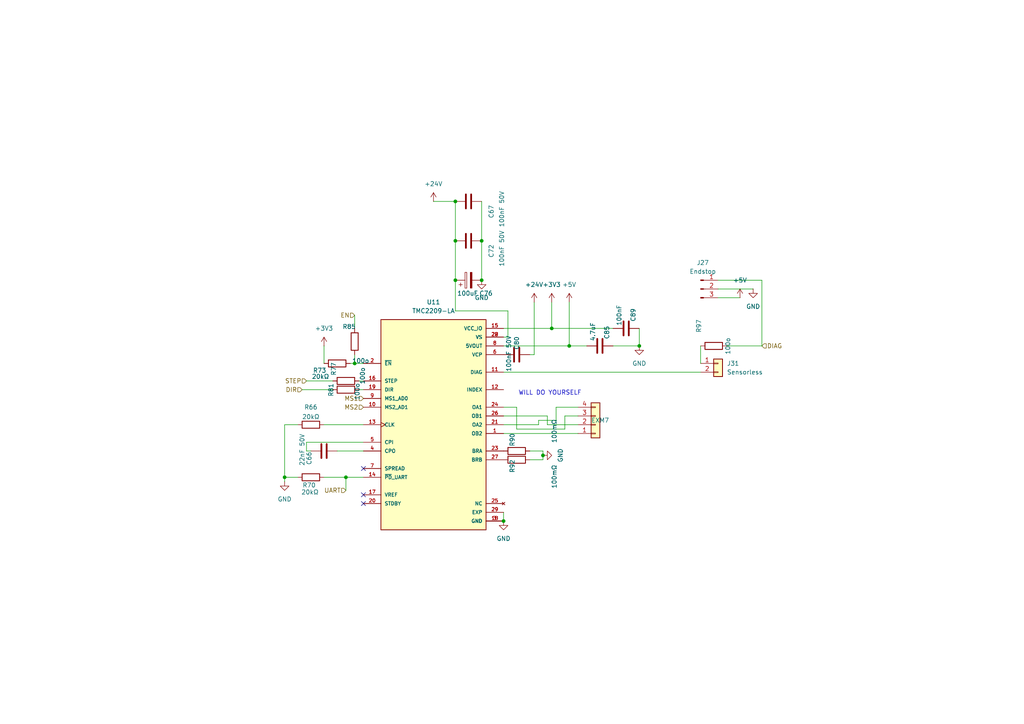
<source format=kicad_sch>
(kicad_sch (version 20250114) (generator "eeschema") (generator_version "9.0")
  (paper "A4")
  (lib_symbols
    (symbol "+3V3_1" (power) (pin_numbers (hide yes)) (pin_names (offset 0) (hide yes))
      (property "Value" "+3V3" (at 0 3.556 0))
      (symbol "+3V3_1_0_1"
        (polyline (pts (xy -0.762 1.27) (xy 0 2.54)))
        (polyline (pts (xy 0 2.54) (xy 0.762 1.27)))
        (polyline (pts (xy 0 0) (xy 0 2.54)))
      )
      (symbol "+3V3_1_1_1"
        (pin power_in line (at 0 0 90) (length 0) (name "~") (number "1"))
      )
    )
    (symbol "Connector:Conn_01x03_Pin" (pin_names (offset 1.016) (hide yes))
      (property "Reference" "J" (at 0 5.08 0))
      (property "Value" "Conn_01x03_Pin" (at 0 -5.08 0))
      (symbol "Conn_01x03_Pin_1_1"
        (rectangle (start 0.8636 2.667) (end 0 2.413) (stroke (width 0.1524)) (fill (type outline)))
        (rectangle (start 0.8636 0.127) (end 0 -0.127) (stroke (width 0.1524)) (fill (type outline)))
        (rectangle (start 0.8636 -2.413) (end 0 -2.667) (stroke (width 0.1524)) (fill (type outline)))
        (polyline (pts (xy 1.27 2.54) (xy 0.8636 2.54)) (stroke (width 0.1524)))
        (polyline (pts (xy 1.27 0) (xy 0.8636 0)) (stroke (width 0.1524)))
        (polyline (pts (xy 1.27 -2.54) (xy 0.8636 -2.54)) (stroke (width 0.1524)))
        (pin passive line (at 5.08 2.54 180) (length 3.81) (name "Pin_1") (number "1"))
        (pin passive line (at 5.08 0 180) (length 3.81) (name "Pin_2") (number "2"))
        (pin passive line (at 5.08 -2.54 180) (length 3.81) (name "Pin_3") (number "3"))
      )
    )
    (symbol "Connector_Generic:Conn_01x02" (pin_names (offset 1.016) (hide yes))
      (property "Reference" "J" (at 0 2.54 0))
      (property "Value" "Conn_01x02" (at 0 -5.08 0))
      (symbol "Conn_01x02_1_1"
        (rectangle (start -1.27 1.27) (end 1.27 -3.81) (stroke (width 0.254)) (fill (type background)))
        (rectangle (start -1.27 0.127) (end 0 -0.127) (stroke (width 0.1524)))
        (rectangle (start -1.27 -2.413) (end 0 -2.667) (stroke (width 0.1524)))
        (pin passive line (at -5.08 0 0) (length 3.81) (name "Pin_1") (number "1"))
        (pin passive line (at -5.08 -2.54 0) (length 3.81) (name "Pin_2") (number "2"))
      )
    )
    (symbol "Connector_Generic:Conn_01x04" (pin_names (offset 1.016) (hide yes))
      (property "Reference" "J" (at 0 5.08 0))
      (property "Value" "Conn_01x04" (at 0 -7.62 0))
      (symbol "Conn_01x04_1_1"
        (rectangle (start -1.27 3.81) (end 1.27 -6.35) (stroke (width 0.254)) (fill (type background)))
        (rectangle (start -1.27 2.667) (end 0 2.413) (stroke (width 0.1524)))
        (rectangle (start -1.27 0.127) (end 0 -0.127) (stroke (width 0.1524)))
        (rectangle (start -1.27 -2.413) (end 0 -2.667) (stroke (width 0.1524)))
        (rectangle (start -1.27 -4.953) (end 0 -5.207) (stroke (width 0.1524)))
        (pin passive line (at -5.08 2.54 0) (length 3.81) (name "Pin_1") (number "1"))
        (pin passive line (at -5.08 0 0) (length 3.81) (name "Pin_2") (number "2"))
        (pin passive line (at -5.08 -2.54 0) (length 3.81) (name "Pin_3") (number "3"))
        (pin passive line (at -5.08 -5.08 0) (length 3.81) (name "Pin_4") (number "4"))
      )
    )
    (symbol "Device:C" (pin_numbers (hide yes)) (pin_names (offset 0.254))
      (property "Reference" "C" (at 0.635 2.54 0))
      (property "Value" "C" (at 0.635 -2.54 0))
      (symbol "C_0_1"
        (polyline (pts (xy -2.032 0.762) (xy 2.032 0.762)) (stroke (width 0.508)))
        (polyline (pts (xy -2.032 -0.762) (xy 2.032 -0.762)) (stroke (width 0.508)))
      )
      (symbol "C_1_1"
        (pin passive line (at 0 3.81 270) (length 2.794) (name "~") (number "1"))
        (pin passive line (at 0 -3.81 90) (length 2.794) (name "~") (number "2"))
      )
    )
    (symbol "Device:C_Polarized" (pin_numbers (hide yes)) (pin_names (offset 0.254))
      (property "Reference" "C" (at 0.635 2.54 0))
      (property "Value" "C_Polarized" (at 0.635 -2.54 0))
      (symbol "C_Polarized_0_1"
        (rectangle (start -2.286 0.508) (end 2.286 1.016))
        (polyline (pts (xy -1.778 2.286) (xy -0.762 2.286)))
        (polyline (pts (xy -1.27 2.794) (xy -1.27 1.778)))
        (rectangle (start 2.286 -0.508) (end -2.286 -1.016) (fill (type outline)))
      )
      (symbol "C_Polarized_1_1"
        (pin passive line (at 0 3.81 270) (length 2.794) (name "~") (number "1"))
        (pin passive line (at 0 -3.81 90) (length 2.794) (name "~") (number "2"))
      )
    )
    (symbol "Device:R" (pin_numbers (hide yes)) (pin_names (offset 0))
      (property "Reference" "R" (at 2.032 0 90))
      (property "Value" "R" (at 0 0 90))
      (symbol "R_0_1"
        (rectangle (start -1.016 -2.54) (end 1.016 2.54) (stroke (width 0.254)))
      )
      (symbol "R_1_1"
        (pin passive line (at 0 3.81 270) (length 1.27) (name "~") (number "1"))
        (pin passive line (at 0 -3.81 90) (length 1.27) (name "~") (number "2"))
      )
    )
    (symbol "GND_2" (power) (pin_numbers (hide yes)) (pin_names (offset 0) (hide yes))
      (property "Value" "GND" (at 0 -3.81 0))
      (symbol "GND_2_0_1"
        (polyline (pts (xy 0 0) (xy 0 -1.27) (xy 1.27 -1.27) (xy 0 -2.54) (xy -1.27 -1.27) (xy 0 -1.27)))
      )
      (symbol "GND_2_1_1"
        (pin power_in line (at 0 0 270) (length 0) (name "~") (number "1"))
      )
    )
    (symbol "GND_4" (power) (pin_numbers (hide yes)) (pin_names (offset 0) (hide yes))
      (property "Value" "GND" (at 0 -3.81 0))
      (symbol "GND_4_0_1"
        (polyline (pts (xy 0 0) (xy 0 -1.27) (xy 1.27 -1.27) (xy 0 -2.54) (xy -1.27 -1.27) (xy 0 -1.27)))
      )
      (symbol "GND_4_1_1"
        (pin power_in line (at 0 0 270) (length 0) (name "~") (number "1"))
      )
    )
    (symbol "GND_5" (power) (pin_numbers (hide yes)) (pin_names (offset 0) (hide yes))
      (property "Value" "GND" (at 0 -3.81 0))
      (symbol "GND_5_0_1"
        (polyline (pts (xy 0 0) (xy 0 -1.27) (xy 1.27 -1.27) (xy 0 -2.54) (xy -1.27 -1.27) (xy 0 -1.27)))
      )
      (symbol "GND_5_1_1"
        (pin power_in line (at 0 0 270) (length 0) (name "~") (number "1"))
      )
    )
    (symbol "GND_6" (power) (pin_numbers (hide yes)) (pin_names (offset 0) (hide yes))
      (property "Value" "GND" (at 0 -3.81 0))
      (symbol "GND_6_0_1"
        (polyline (pts (xy 0 0) (xy 0 -1.27) (xy 1.27 -1.27) (xy 0 -2.54) (xy -1.27 -1.27) (xy 0 -1.27)))
      )
      (symbol "GND_6_1_1"
        (pin power_in line (at 0 0 270) (length 0) (name "~") (number "1"))
      )
    )
    (symbol "GND_7" (power) (pin_numbers (hide yes)) (pin_names (offset 0) (hide yes))
      (property "Value" "GND" (at 0 -3.81 0))
      (symbol "GND_7_0_1"
        (polyline (pts (xy 0 0) (xy 0 -1.27) (xy 1.27 -1.27) (xy 0 -2.54) (xy -1.27 -1.27) (xy 0 -1.27)))
      )
      (symbol "GND_7_1_1"
        (pin power_in line (at 0 0 270) (length 0) (name "~") (number "1"))
      )
    )
    (symbol "TMC2209-LA:TMC2209-LA" (pin_names (offset 1.016))
      (property "Reference" "U" (at -15.24 30.48 0))
      (property "Value" "TMC2209-LA" (at -15.24 -33.02 0))
      (symbol "TMC2209-LA_0_0"
        (rectangle (start -15.24 -30.48) (end 15.24 30.48) (stroke (width 0.254)) (fill (type background)))
        (pin input line (at -20.32 17.78 0) (length 5.08) (name "~{EN}") (number "2"))
        (pin input line (at -20.32 12.7 0) (length 5.08) (name "STEP") (number "16"))
        (pin input line (at -20.32 10.16 0) (length 5.08) (name "DIR") (number "19"))
        (pin input line (at -20.32 7.62 0) (length 5.08) (name "MS1_AD0") (number "9"))
        (pin input line (at -20.32 5.08 0) (length 5.08) (name "MS2_AD1") (number "10"))
        (pin input clock (at -20.32 0 0) (length 5.08) (name "CLK") (number "13"))
        (pin input line (at -20.32 -5.08 0) (length 5.08) (name "CPI") (number "5"))
        (pin output line (at -20.32 -7.62 0) (length 5.08) (name "CPO") (number "4"))
        (pin input line (at -20.32 -12.7 0) (length 5.08) (name "SPREAD") (number "7"))
        (pin bidirectional line (at -20.32 -15.24 0) (length 5.08) (name "~{PD}_UART") (number "14"))
        (pin input line (at -20.32 -20.32 0) (length 5.08) (name "VREF") (number "17"))
        (pin input line (at -20.32 -22.86 0) (length 5.08) (name "STDBY") (number "20"))
        (pin power_in line (at 20.32 27.94 180) (length 5.08) (name "VCC_IO") (number "15"))
        (pin power_in line (at 20.32 25.4 180) (length 5.08) (name "VS") (number "22"))
        (pin power_in line (at 20.32 25.4 180) (length 5.08) (name "VS") (number "28"))
        (pin power_in line (at 20.32 22.86 180) (length 5.08) (name "5VOUT") (number "8"))
        (pin power_in line (at 20.32 20.32 180) (length 5.08) (name "VCP") (number "6"))
        (pin output line (at 20.32 15.24 180) (length 5.08) (name "DIAG") (number "11"))
        (pin output line (at 20.32 10.16 180) (length 5.08) (name "INDEX") (number "12"))
        (pin output line (at 20.32 5.08 180) (length 5.08) (name "OA1") (number "24"))
        (pin output line (at 20.32 2.54 180) (length 5.08) (name "OB1") (number "26"))
        (pin output line (at 20.32 0 180) (length 5.08) (name "OA2") (number "21"))
        (pin output line (at 20.32 -2.54 180) (length 5.08) (name "OB2") (number "1"))
        (pin bidirectional line (at 20.32 -7.62 180) (length 5.08) (name "BRA") (number "23"))
        (pin bidirectional line (at 20.32 -10.16 180) (length 5.08) (name "BRB") (number "27"))
        (pin no_connect line (at 20.32 -22.86 180) (length 5.08) (name "NC") (number "25"))
        (pin power_in line (at 20.32 -25.4 180) (length 5.08) (name "EXP") (number "29"))
        (pin power_in line (at 20.32 -27.94 180) (length 5.08) (name "GND") (number "18"))
        (pin power_in line (at 20.32 -27.94 180) (length 5.08) (name "GND") (number "3"))
      )
    )
    (symbol "power:+24V" (power) (pin_numbers (hide yes)) (pin_names (offset 0) (hide yes))
      (property "Value" "+24V" (at 0 3.556 0))
      (symbol "+24V_0_1"
        (polyline (pts (xy -0.762 1.27) (xy 0 2.54)))
        (polyline (pts (xy 0 2.54) (xy 0.762 1.27)))
        (polyline (pts (xy 0 0) (xy 0 2.54)))
      )
      (symbol "+24V_1_1"
        (pin power_in line (at 0 0 90) (length 0) (name "~") (number "1"))
      )
    )
    (symbol "power:+5V" (power) (pin_numbers (hide yes)) (pin_names (offset 0) (hide yes))
      (property "Value" "+5V" (at 0 3.556 0))
      (symbol "+5V_0_1"
        (polyline (pts (xy -0.762 1.27) (xy 0 2.54)))
        (polyline (pts (xy 0 2.54) (xy 0.762 1.27)))
        (polyline (pts (xy 0 0) (xy 0 2.54)))
      )
      (symbol "+5V_1_1"
        (pin power_in line (at 0 0 90) (length 0) (name "~") (number "1"))
      )
    )
    (symbol "power:GND" (power) (pin_numbers (hide yes)) (pin_names (offset 0) (hide yes))
      (property "Value" "GND" (at 0 -3.81 0))
      (symbol "GND_0_1"
        (polyline (pts (xy 0 0) (xy 0 -1.27) (xy 1.27 -1.27) (xy 0 -2.54) (xy -1.27 -1.27) (xy 0 -1.27)))
      )
      (symbol "GND_1_1"
        (pin power_in line (at 0 0 270) (length 0) (name "~") (number "1"))
      )
    )
  )
  (text "WILL DO YOURSELF" (at 159.512 114.046 0) (effects (font (size 1.27 1.27))))
  (junction (at 139.7 69.85))
  (junction (at 146.05 151.13))
  (junction (at 157.48 132.08))
  (junction (at 132.08 69.85))
  (junction (at 132.08 58.42))
  (junction (at 132.08 81.28))
  (junction (at 139.7 81.28))
  (junction (at 185.42 100.33))
  (junction (at 165.1 100.33))
  (junction (at 102.87 105.41))
  (junction (at 100.33 138.43))
  (junction (at 82.55 138.43))
  (junction (at 160.02 95.25))
  (no_connect (at 105.41 143.51))
  (no_connect (at 105.41 146.05))
  (no_connect (at 105.41 135.89))
  (wire (pts (xy 153.67 130.81) (xy 157.48 130.81)))
  (wire (pts (xy 132.08 90.17) (xy 132.08 81.28)))
  (wire (pts (xy 147.32 97.79) (xy 147.32 90.17)))
  (wire (pts (xy 149.86 118.11) (xy 149.86 124.46)))
  (wire (pts (xy 165.1 87.63) (xy 165.1 100.33)))
  (wire (pts (xy 158.75 123.19) (xy 167.64 123.19)))
  (wire (pts (xy 88.9 130.81) (xy 90.17 130.81)))
  (wire (pts (xy 160.02 95.25) (xy 146.05 95.25)))
  (wire (pts (xy 104.14 110.49) (xy 105.41 110.49)))
  (wire (pts (xy 158.75 120.65) (xy 158.75 123.19)))
  (wire (pts (xy 210.82 100.33) (xy 220.98 100.33)))
  (wire (pts (xy 102.87 102.87) (xy 102.87 105.41)))
  (wire (pts (xy 160.02 95.25) (xy 177.8 95.25)))
  (wire (pts (xy 161.29 121.92) (xy 161.29 118.11)))
  (wire (pts (xy 157.48 130.81) (xy 157.48 132.08)))
  (wire (pts (xy 163.83 124.46) (xy 163.83 120.65)))
  (wire (pts (xy 154.94 87.63) (xy 154.94 102.87)))
  (wire (pts (xy 87.63 113.03) (xy 96.52 113.03)))
  (wire (pts (xy 93.98 100.33) (xy 93.98 105.41)))
  (wire (pts (xy 102.87 91.44) (xy 102.87 95.25)))
  (wire (pts (xy 157.48 133.35) (xy 153.67 133.35)))
  (wire (pts (xy 82.55 123.19) (xy 82.55 138.43)))
  (wire (pts (xy 132.08 58.42) (xy 132.08 69.85)))
  (wire (pts (xy 146.05 148.59) (xy 146.05 151.13)))
  (wire (pts (xy 146.05 107.95) (xy 203.2 107.95)))
  (wire (pts (xy 220.98 81.28) (xy 220.98 100.33)))
  (wire (pts (xy 146.05 125.73) (xy 167.64 125.73)))
  (wire (pts (xy 139.7 69.85) (xy 139.7 81.28)))
  (wire (pts (xy 154.94 102.87) (xy 153.67 102.87)))
  (wire (pts (xy 146.05 123.19) (xy 156.21 123.19)))
  (wire (pts (xy 208.28 81.28) (xy 220.98 81.28)))
  (wire (pts (xy 146.05 100.33) (xy 165.1 100.33)))
  (wire (pts (xy 163.83 120.65) (xy 167.64 120.65)))
  (wire (pts (xy 100.33 138.43) (xy 105.41 138.43)))
  (wire (pts (xy 156.21 123.19) (xy 156.21 121.92)))
  (wire (pts (xy 149.86 124.46) (xy 163.83 124.46)))
  (wire (pts (xy 93.98 138.43) (xy 100.33 138.43)))
  (wire (pts (xy 88.9 110.49) (xy 96.52 110.49)))
  (wire (pts (xy 93.98 123.19) (xy 105.41 123.19)))
  (wire (pts (xy 88.9 128.27) (xy 88.9 130.81)))
  (wire (pts (xy 82.55 138.43) (xy 82.55 139.7)))
  (wire (pts (xy 149.86 118.11) (xy 146.05 118.11)))
  (wire (pts (xy 97.79 130.81) (xy 105.41 130.81)))
  (wire (pts (xy 102.87 105.41) (xy 105.41 105.41)))
  (wire (pts (xy 156.21 121.92) (xy 161.29 121.92)))
  (wire (pts (xy 82.55 138.43) (xy 86.36 138.43)))
  (wire (pts (xy 165.1 100.33) (xy 170.18 100.33)))
  (wire (pts (xy 185.42 95.25) (xy 185.42 100.33)))
  (wire (pts (xy 101.6 105.41) (xy 102.87 105.41)))
  (wire (pts (xy 208.28 86.36) (xy 214.63 86.36)))
  (wire (pts (xy 147.32 90.17) (xy 132.08 90.17)))
  (wire (pts (xy 161.29 118.11) (xy 167.64 118.11)))
  (wire (pts (xy 105.41 128.27) (xy 88.9 128.27)))
  (wire (pts (xy 177.8 100.33) (xy 185.42 100.33)))
  (wire (pts (xy 208.28 83.82) (xy 218.44 83.82)))
  (wire (pts (xy 160.02 87.63) (xy 160.02 95.25)))
  (wire (pts (xy 104.14 113.03) (xy 105.41 113.03)))
  (wire (pts (xy 203.2 100.33) (xy 203.2 105.41)))
  (wire (pts (xy 139.7 58.42) (xy 139.7 69.85)))
  (wire (pts (xy 132.08 69.85) (xy 132.08 81.28)))
  (wire (pts (xy 146.05 97.79) (xy 147.32 97.79)))
  (wire (pts (xy 100.33 138.43) (xy 100.33 142.24)))
  (wire (pts (xy 125.73 58.42) (xy 132.08 58.42)))
  (wire (pts (xy 146.05 120.65) (xy 158.75 120.65)))
  (wire (pts (xy 86.36 123.19) (xy 82.55 123.19)))
  (wire (pts (xy 157.48 132.08) (xy 157.48 133.35)))
  (hierarchical_label "MS1" (shape input) (at 105.41 115.57 180))
  (hierarchical_label "DIR" (shape input) (at 87.63 113.03 180))
  (hierarchical_label "STEP" (shape input) (at 88.9 110.49 180))
  (hierarchical_label "DIAG" (shape input) (at 220.98 100.33 0))
  (hierarchical_label "UART" (shape input) (at 100.33 142.24 180))
  (hierarchical_label "MS2" (shape input) (at 105.41 118.11 180))
  (hierarchical_label "EN" (shape input) (at 102.87 91.44 180))
  (symbol (lib_id "Device:C_Polarized") (at 135.89 81.28 90) (unit 1)
    (property "Reference" "C45" (at 140.97 85.09 90))
    (property "Value" "100uF" (at 135.636 85.09 90))
    (property "Footprint" "Capacitor_SMD:CP_Elec_8x10" (effects (hide yes)))
    (property "Description" "Polarized capacitor" (effects (hide yes)))
    (instances (project "A1_SMD_MB" (path "" (reference "C76") (unit 1)) (path "" (reference "C78") (unit 1)) (path "" (reference "C75") (unit 1)) (path "" (reference "C77") (unit 1)) (path "" (reference "C31") (unit 1)) (path "" (reference "C45") (unit 1)) (path "" (reference "C25") (unit 1)) (path "" (reference "C38") (unit 1))))
  )
  (symbol (lib_id "Device:R") (at 149.86 130.81 90) (unit 1)
    (property "Reference" "R26" (at 148.59 129.54 0) (effects (justify left)))
    (property "Value" "100mΩ" (at 160.782 128.524 0) (effects (justify left)))
    (property "Footprint" "Resistor_SMD:R_1206_3216Metric" (effects (hide yes)))
    (property "Description" "Resistor" (effects (hide yes)))
    (instances (project "A1_SMD_MB" (path "" (reference "R90") (unit 1)) (path "" (reference "R91") (unit 1)) (path "" (reference "R88") (unit 1)) (path "" (reference "R89") (unit 1)) (path "" (reference "R16") (unit 1)) (path "" (reference "R26") (unit 1)) (path "" (reference "R8") (unit 1)) (path "" (reference "R21") (unit 1))))
  )
  (symbol (lib_id "Device:R") (at 207.01 100.33 90) (unit 1)
    (property "Reference" "R47" (at 202.692 96.52 0) (effects (justify left)))
    (property "Value" "100o" (at 211.1254 102.8824 0) (effects (justify left)))
    (property "Footprint" "Resistor_SMD:R_0402_1005Metric" (effects (hide yes)))
    (property "Description" "Resistor" (effects (hide yes)))
    (instances (project "A1_SMD_MB" (path "" (reference "R97") (unit 1)) (path "" (reference "R99") (unit 1)) (path "" (reference "R96") (unit 1)) (path "" (reference "R98") (unit 1)) (path "" (reference "R39") (unit 1)) (path "" (reference "R47") (unit 1)) (path "" (reference "R35") (unit 1)) (path "" (reference "R43") (unit 1))))
  )
  (symbol (lib_id "Device:R") (at 90.17 123.19 90) (unit 1)
    (property "Reference" "R23" (at 90.17 118.11 90))
    (property "Value" "20kΩ" (at 90.17 120.904 90))
    (property "Footprint" "Resistor_SMD:R_0402_1005Metric" (effects (hide yes)))
    (property "Description" "Resistor" (effects (hide yes)))
    (instances (project "A1_SMD_MB" (path "" (reference "R66") (unit 1)) (path "" (reference "R65") (unit 1)) (path "" (reference "R67") (unit 1)) (path "" (reference "R61") (unit 1)) (path "" (reference "R13") (unit 1)) (path "" (reference "R23") (unit 1)) (path "" (reference "R11") (unit 1)) (path "" (reference "R18") (unit 1))))
  )
  (symbol (lib_id "power:+24V") (at 125.73 58.42 0) (unit 1)
    (property "Reference" "#PWR070" (effects (hide yes)))
    (property "Value" "+24V" (at 125.73 53.34 0))
    (property "Description" "Power symbol creates a global label with name \"+24V\"" (effects (hide yes)))
    (instances (project "A1_SMD_MB" (path "" (reference "#PWR0155") (unit 1)) (path "" (reference "#PWR0152") (unit 1)) (path "" (reference "#PWR0154") (unit 1)) (path "" (reference "#PWR0153") (unit 1)) (path "" (reference "#PWR051") (unit 1)) (path "" (reference "#PWR070") (unit 1)) (path "" (reference "#PWR047") (unit 1)) (path "" (reference "#PWR060") (unit 1))))
  )
  (symbol (lib_name "GND_2") (lib_id "power:GND") (at 157.48 132.08 90) (unit 1)
    (property "Reference" "#PWR074" (effects (hide yes)))
    (property "Value" "GND" (at 162.56 132.08 0))
    (property "Description" "Power symbol creates a global label with name \"GND\" , ground" (effects (hide yes)))
    (instances (project "A1_SMD_MB" (path "" (reference "#PWR0168") (unit 1)) (path "" (reference "#PWR0171") (unit 1)) (path "" (reference "#PWR0170") (unit 1)) (path "" (reference "#PWR0169") (unit 1)) (path "" (reference "#PWR039") (unit 1)) (path "" (reference "#PWR074") (unit 1)) (path "" (reference "#PWR038") (unit 1)) (path "" (reference "#PWR064") (unit 1))))
  )
  (symbol (lib_name "GND_5") (lib_id "power:GND") (at 185.42 100.33 0) (unit 1)
    (property "Reference" "#PWR077" (effects (hide yes)))
    (property "Value" "GND" (at 185.42 105.41 0))
    (property "Description" "Power symbol creates a global label with name \"GND\" , ground" (effects (hide yes)))
    (instances (project "A1_SMD_MB" (path "" (reference "#PWR0182") (unit 1)) (path "" (reference "#PWR0183") (unit 1)) (path "" (reference "#PWR0180") (unit 1)) (path "" (reference "#PWR0181") (unit 1)) (path "" (reference "#PWR057") (unit 1)) (path "" (reference "#PWR077") (unit 1)) (path "" (reference "#PWR044") (unit 1)) (path "" (reference "#PWR067") (unit 1))))
  )
  (symbol (lib_id "power:+24V") (at 154.94 87.63 0) (unit 1)
    (property "Reference" "#PWR073" (effects (hide yes)))
    (property "Value" "+24V" (at 154.94 82.55 0))
    (property "Description" "Power symbol creates a global label with name \"+24V\"" (effects (hide yes)))
    (instances (project "A1_SMD_MB" (path "" (reference "#PWR0165") (unit 1)) (path "" (reference "#PWR0166") (unit 1)) (path "" (reference "#PWR0164") (unit 1)) (path "" (reference "#PWR0167") (unit 1)) (path "" (reference "#PWR054") (unit 1)) (path "" (reference "#PWR073") (unit 1)) (path "" (reference "#PWR045") (unit 1)) (path "" (reference "#PWR063") (unit 1))))
  )
  (symbol (lib_id "power:+5V") (at 214.63 86.36 0) (unit 1)
    (property "Reference" "#PWR0131" (effects (hide yes)))
    (property "Value" "+5V" (at 214.63 81.28 0))
    (property "Description" "Power symbol creates a global label with name \"+5V\"" (effects (hide yes)))
    (instances (project "A1_SMD_MB" (path "" (reference "#PWR0185") (unit 1)) (path "" (reference "#PWR0187") (unit 1)) (path "" (reference "#PWR0184") (unit 1)) (path "" (reference "#PWR0186") (unit 1)) (path "" (reference "#PWR0129") (unit 1)) (path "" (reference "#PWR0131") (unit 1)) (path "" (reference "#PWR0128") (unit 1)) (path "" (reference "#PWR0130") (unit 1))))
  )
  (symbol (lib_name "+3V3_1") (lib_id "power:+3V3") (at 93.98 100.33 0) (unit 1)
    (property "Reference" "#PWR069" (effects (hide yes)))
    (property "Value" "+3V3" (at 93.98 95.25 0))
    (property "Description" "Power symbol creates a global label with name \"+3V3\"" (effects (hide yes)))
    (instances (project "A1_SMD_MB" (path "" (reference "#PWR0150") (unit 1)) (path "" (reference "#PWR0151") (unit 1)) (path "" (reference "#PWR0148") (unit 1)) (path "" (reference "#PWR0149") (unit 1)) (path "" (reference "#PWR050") (unit 1)) (path "" (reference "#PWR069") (unit 1)) (path "" (reference "#PWR041") (unit 1)) (path "" (reference "#PWR059") (unit 1))))
  )
  (symbol (lib_id "Connector_Generic:Conn_01x02") (at 208.28 105.41 0) (unit 1)
    (property "Reference" "J18" (at 210.82 105.4099 0) (effects (justify left)))
    (property "Value" "Sensorless" (at 210.82 107.9499 0) (effects (justify left)))
    (property "Footprint" "Connector_PinHeader_2.54mm:PinHeader_1x02_P2.54mm_Vertical" (effects (hide yes)))
    (property "Description" "Generic connector, single row, 01x02, script generated (kicad-library-utils/schlib/autogen/connector/)" (effects (hide yes)))
    (instances (project "A1_SMD_MB" (path "" (reference "J31") (unit 1)) (path "" (reference "J33") (unit 1)) (path "" (reference "J30") (unit 1)) (path "" (reference "J32") (unit 1)) (path "" (reference "J16") (unit 1)) (path "" (reference "J18") (unit 1)) (path "" (reference "J15") (unit 1)) (path "" (reference "J17") (unit 1))))
  )
  (symbol (lib_id "Device:C") (at 173.99 100.33 270) (unit 1)
    (property "Reference" "C47" (at 176.022 94.488 0) (effects (justify left)))
    (property "Value" "4.7uF" (at 171.958 93.472 0) (effects (justify left)))
    (property "Footprint" "Capacitor_SMD:C_0603_1608Metric" (effects (hide yes)))
    (property "Description" "Unpolarized capacitor" (effects (hide yes)))
    (instances (project "A1_SMD_MB" (path "" (reference "C85") (unit 1)) (path "" (reference "C86") (unit 1)) (path "" (reference "C83") (unit 1)) (path "" (reference "C84") (unit 1)) (path "" (reference "C33") (unit 1)) (path "" (reference "C47") (unit 1)) (path "" (reference "C23") (unit 1)) (path "" (reference "C40") (unit 1))))
  )
  (symbol (lib_id "Device:C") (at 181.61 95.25 270) (unit 1)
    (property "Reference" "C48" (at 183.642 89.408 0) (effects (justify left)))
    (property "Value" "100nF" (at 179.578 88.392 0) (effects (justify left)))
    (property "Footprint" "Capacitor_SMD:C_0402_1005Metric" (effects (hide yes)))
    (property "Description" "Unpolarized capacitor" (effects (hide yes)))
    (instances (project "A1_SMD_MB" (path "" (reference "C89") (unit 1)) (path "" (reference "C90") (unit 1)) (path "" (reference "C87") (unit 1)) (path "" (reference "C88") (unit 1)) (path "" (reference "C34") (unit 1)) (path "" (reference "C48") (unit 1)) (path "" (reference "C22") (unit 1)) (path "" (reference "C41") (unit 1))))
  )
  (symbol (lib_name "GND_7") (lib_id "power:GND") (at 139.7 81.28 0) (unit 1)
    (property "Reference" "#PWR071" (effects (hide yes)))
    (property "Value" "GND" (at 139.7 86.36 0))
    (property "Description" "Power symbol creates a global label with name \"GND\" , ground" (effects (hide yes)))
    (instances (project "A1_SMD_MB" (path "" (reference "#PWR0157") (unit 1)) (path "" (reference "#PWR0159") (unit 1)) (path "" (reference "#PWR0158") (unit 1)) (path "" (reference "#PWR0156") (unit 1)) (path "" (reference "#PWR052") (unit 1)) (path "" (reference "#PWR071") (unit 1)) (path "" (reference "#PWR048") (unit 1)) (path "" (reference "#PWR061") (unit 1))))
  )
  (symbol (lib_id "Connector_Generic:Conn_01x04") (at 172.72 123.19 0) (mirror x) (unit 1) (in_bom no)
    (property "Reference" "EXM5" (at 171.45 121.92 0) (effects (justify left)))
    (property "Value" "Conn_01x04" (effects (hide yes)))
    (property "Footprint" "Connector_JST:JST_XH_B4B-XH-A_1x04_P2.50mm_Vertical" (effects (hide yes)))
    (instances (project "A1_SMD_MB" (path "" (reference "EXM7") (unit 1)) (path "" (reference "EXM9") (unit 1)) (path "" (reference "EXM6") (unit 1)) (path "" (reference "EXM8") (unit 1)) (path "" (reference "EXM3") (unit 1)) (path "" (reference "EXM5") (unit 1)) (path "" (reference "EXM2") (unit 1)) (path "" (reference "EXM4") (unit 1))))
  )
  (symbol (lib_id "Device:C") (at 135.89 58.42 270) (unit 1)
    (property "Reference" "C43" (at 142.494 59.436 0) (effects (justify left)))
    (property "Value" "100nF 50V" (at 145.542 55.372 0) (effects (justify left)))
    (property "Footprint" "Capacitor_SMD:C_0603_1608Metric" (effects (hide yes)))
    (property "Description" "Unpolarized capacitor" (effects (hide yes)))
    (instances (project "A1_SMD_MB" (path "" (reference "C67") (unit 1)) (path "" (reference "C69") (unit 1)) (path "" (reference "C70") (unit 1)) (path "" (reference "C68") (unit 1)) (path "" (reference "C29") (unit 1)) (path "" (reference "C43") (unit 1)) (path "" (reference "C27") (unit 1)) (path "" (reference "C36") (unit 1))))
  )
  (symbol (lib_id "Device:C") (at 135.89 69.85 270) (unit 1)
    (property "Reference" "C44" (at 142.494 70.866 0) (effects (justify left)))
    (property "Value" "100nF 50V" (at 145.542 66.802 0) (effects (justify left)))
    (property "Footprint" "Capacitor_SMD:C_0603_1608Metric" (effects (hide yes)))
    (property "Description" "Unpolarized capacitor" (effects (hide yes)))
    (instances (project "A1_SMD_MB" (path "" (reference "C72") (unit 1)) (path "" (reference "C74") (unit 1)) (path "" (reference "C71") (unit 1)) (path "" (reference "C73") (unit 1)) (path "" (reference "C30") (unit 1)) (path "" (reference "C44") (unit 1)) (path "" (reference "C26") (unit 1)) (path "" (reference "C37") (unit 1))))
  )
  (symbol (lib_id "Connector:Conn_01x03_Pin") (at 203.2 83.82 0) (unit 1)
    (property "Reference" "J22" (at 203.835 76.2 0))
    (property "Value" "Endstop" (at 203.835 78.74 0))
    (property "Footprint" "Connector_JST:JST_XH_B3B-XH-A_1x03_P2.50mm_Vertical" (effects (hide yes)))
    (property "Description" "Generic connector, single row, 01x03, script generated" (effects (hide yes)))
    (instances (project "A1_SMD_MB" (path "" (reference "J27") (unit 1)) (path "" (reference "J29") (unit 1)) (path "" (reference "J26") (unit 1)) (path "" (reference "J28") (unit 1)) (path "" (reference "J20") (unit 1)) (path "" (reference "J22") (unit 1)) (path "" (reference "J19") (unit 1)) (path "" (reference "J21") (unit 1))))
  )
  (symbol (lib_id "Device:C") (at 149.86 102.87 270) (unit 1)
    (property "Reference" "C46" (at 149.86 97.536 0) (effects (justify left)))
    (property "Value" "100nF 50V" (at 147.574 97.282 0) (effects (justify left)))
    (property "Footprint" "Capacitor_SMD:C_0603_1608Metric" (effects (hide yes)))
    (property "Description" "Unpolarized capacitor" (effects (hide yes)))
    (instances (project "A1_SMD_MB" (path "" (reference "C80") (unit 1)) (path "" (reference "C82") (unit 1)) (path "" (reference "C79") (unit 1)) (path "" (reference "C81") (unit 1)) (path "" (reference "C32") (unit 1)) (path "" (reference "C46") (unit 1)) (path "" (reference "C24") (unit 1)) (path "" (reference "C39") (unit 1))))
  )
  (symbol (lib_id "Device:R") (at 97.79 105.41 90) (unit 1)
    (property "Reference" "R25" (at 92.71 107.442 90))
    (property "Value" "20kΩ" (at 92.964 109.22 90))
    (property "Footprint" "Resistor_SMD:R_0402_1005Metric" (effects (hide yes)))
    (property "Description" "Resistor" (effects (hide yes)))
    (instances (project "A1_SMD_MB" (path "" (reference "R73") (unit 1)) (path "" (reference "R75") (unit 1)) (path "" (reference "R72") (unit 1)) (path "" (reference "R74") (unit 1)) (path "" (reference "R15") (unit 1)) (path "" (reference "R25") (unit 1)) (path "" (reference "R12") (unit 1)) (path "" (reference "R20") (unit 1))))
  )
  (symbol (lib_id "Device:R") (at 90.17 138.43 90) (unit 1)
    (property "Reference" "R24" (at 89.662 140.716 90))
    (property "Value" "20kΩ" (at 89.916 142.748 90))
    (property "Footprint" "Resistor_SMD:R_0402_1005Metric" (effects (hide yes)))
    (property "Description" "Resistor" (effects (hide yes)))
    (instances (project "A1_SMD_MB" (path "" (reference "R70") (unit 1)) (path "" (reference "R68") (unit 1)) (path "" (reference "R69") (unit 1)) (path "" (reference "R71") (unit 1)) (path "" (reference "R14") (unit 1)) (path "" (reference "R24") (unit 1)) (path "" (reference "R10") (unit 1)) (path "" (reference "R19") (unit 1))))
  )
  (symbol (lib_id "Device:R") (at 100.33 113.03 90) (unit 1)
    (property "Reference" "R45" (at 96.012 115.062 0) (effects (justify left)))
    (property "Value" "100o" (at 103.632 116.078 0) (effects (justify left)))
    (property "Footprint" "Resistor_SMD:R_0402_1005Metric" (effects (hide yes)))
    (property "Description" "Resistor" (effects (hide yes)))
    (instances (project "A1_SMD_MB" (path "" (reference "R81") (unit 1)) (path "" (reference "R83") (unit 1)) (path "" (reference "R80") (unit 1)) (path "" (reference "R82") (unit 1)) (path "" (reference "R37") (unit 1)) (path "" (reference "R45") (unit 1)) (path "" (reference "R33") (unit 1)) (path "" (reference "R41") (unit 1))))
  )
  (symbol (lib_id "Device:R") (at 102.87 99.06 0) (unit 1)
    (property "Reference" "R46" (at 99.314 94.742 0) (effects (justify left)))
    (property "Value" "100o" (at 102.108 104.648 0) (effects (justify left)))
    (property "Footprint" "Resistor_SMD:R_0402_1005Metric" (effects (hide yes)))
    (property "Description" "Resistor" (effects (hide yes)))
    (instances (project "A1_SMD_MB" (path "" (reference "R85") (unit 1)) (path "" (reference "R87") (unit 1)) (path "" (reference "R84") (unit 1)) (path "" (reference "R86") (unit 1)) (path "" (reference "R38") (unit 1)) (path "" (reference "R46") (unit 1)) (path "" (reference "R34") (unit 1)) (path "" (reference "R42") (unit 1))))
  )
  (symbol (lib_id "Device:R") (at 100.33 110.49 90) (unit 1)
    (property "Reference" "R44" (at 96.774 108.966 0) (effects (justify left)))
    (property "Value" "100o" (at 105.156 111.506 0) (effects (justify left)))
    (property "Footprint" "Resistor_SMD:R_0402_1005Metric" (effects (hide yes)))
    (property "Description" "Resistor" (effects (hide yes)))
    (instances (project "A1_SMD_MB" (path "" (reference "R77") (unit 1)) (path "" (reference "R79") (unit 1)) (path "" (reference "R76") (unit 1)) (path "" (reference "R78") (unit 1)) (path "" (reference "R36") (unit 1)) (path "" (reference "R44") (unit 1)) (path "" (reference "R32") (unit 1)) (path "" (reference "R40") (unit 1))))
  )
  (symbol (lib_id "TMC2209-LA:TMC2209-LA") (at 125.73 123.19 0) (unit 1)
    (property "Reference" "U6" (at 125.73 87.63 0))
    (property "Value" "TMC2209-LA" (at 125.73 90.17 0))
    (property "Footprint" "A1_MB_V2:TMC2209-LA" (effects (hide yes)))
    (property "MF" "Analog Devices" (effects (hide yes)))
    (property "MAXIMUM_PACKAGE_HEIGHT" "0.90mm" (effects (hide yes)))
    (property "Package" "None" (effects (hide yes)))
    (property "Price" "None" (effects (hide yes)))
    (property "Check_prices" "https://www.snapeda.com/parts/TMC2209-LA/Analog+Devices/view-part/?ref=eda" (effects (hide yes)))
    (property "STANDARD" "IPC-7351B" (effects (hide yes)))
    (property "PARTREV" "1.08" (effects (hide yes)))
    (property "SnapEDA_Link" "https://www.snapeda.com/parts/TMC2209-LA/Analog+Devices/view-part/?ref=snap" (effects (hide yes)))
    (property "MP" "TMC2209-LA" (effects (hide yes)))
    (property "Description_1" "Bipolar Motor Driver Power MOSFET Step/Direction, UART 28-QFN (5x5)" (effects (hide yes)))
    (property "MANUFACTURER" "Trinamic" (effects (hide yes)))
    (property "Availability" "In Stock" (effects (hide yes)))
    (property "SNAPEDA_PN" "TMC2209-LA" (effects (hide yes)))
    (instances (project "A1_SMD_MB" (path "" (reference "U11") (unit 1)) (path "" (reference "U13") (unit 1)) (path "" (reference "U10") (unit 1)) (path "" (reference "U12") (unit 1)) (path "" (reference "U4") (unit 1)) (path "" (reference "U6") (unit 1)) (path "" (reference "U3") (unit 1)) (path "" (reference "U5") (unit 1))))
  )
  (symbol (lib_id "Device:R") (at 149.86 133.35 90) (unit 1)
    (property "Reference" "R27" (at 148.59 137.16 0) (effects (justify left)))
    (property "Value" "100mΩ" (at 160.782 141.732 0) (effects (justify left)))
    (property "Footprint" "Resistor_SMD:R_1206_3216Metric" (effects (hide yes)))
    (property "Description" "Resistor" (effects (hide yes)))
    (instances (project "A1_SMD_MB" (path "" (reference "R92") (unit 1)) (path "" (reference "R95") (unit 1)) (path "" (reference "R94") (unit 1)) (path "" (reference "R93") (unit 1)) (path "" (reference "R17") (unit 1)) (path "" (reference "R27") (unit 1)) (path "" (reference "R9") (unit 1)) (path "" (reference "R22") (unit 1))))
  )
  (symbol (lib_id "power:+5V") (at 165.1 87.63 0) (unit 1)
    (property "Reference" "#PWR076" (effects (hide yes)))
    (property "Value" "+5V" (at 165.1 82.55 0))
    (property "Description" "Power symbol creates a global label with name \"+5V\"" (effects (hide yes)))
    (instances (project "A1_SMD_MB" (path "" (reference "#PWR0177") (unit 1)) (path "" (reference "#PWR0179") (unit 1)) (path "" (reference "#PWR0176") (unit 1)) (path "" (reference "#PWR0178") (unit 1)) (path "" (reference "#PWR056") (unit 1)) (path "" (reference "#PWR076") (unit 1)) (path "" (reference "#PWR042") (unit 1)) (path "" (reference "#PWR066") (unit 1))))
  )
  (symbol (lib_name "GND_6") (lib_id "power:GND") (at 146.05 151.13 0) (unit 1)
    (property "Reference" "#PWR072" (effects (hide yes)))
    (property "Value" "GND" (at 146.05 156.21 0))
    (property "Description" "Power symbol creates a global label with name \"GND\" , ground" (effects (hide yes)))
    (instances (project "A1_SMD_MB" (path "" (reference "#PWR0162") (unit 1)) (path "" (reference "#PWR0163") (unit 1)) (path "" (reference "#PWR0160") (unit 1)) (path "" (reference "#PWR0161") (unit 1)) (path "" (reference "#PWR053") (unit 1)) (path "" (reference "#PWR072") (unit 1)) (path "" (reference "#PWR046") (unit 1)) (path "" (reference "#PWR062") (unit 1))))
  )
  (symbol (lib_id "Device:C") (at 93.98 130.81 90) (unit 1)
    (property "Reference" "C42" (at 89.662 134.874 0) (effects (justify left)))
    (property "Value" "22nF 50V" (at 87.63 135.128 0) (effects (justify left)))
    (property "Footprint" "Capacitor_SMD:C_0603_1608Metric" (effects (hide yes)))
    (property "Description" "Unpolarized capacitor" (effects (hide yes)))
    (instances (project "A1_SMD_MB" (path "" (reference "C66") (unit 1)) (path "" (reference "C64") (unit 1)) (path "" (reference "C63") (unit 1)) (path "" (reference "C65") (unit 1)) (path "" (reference "C28") (unit 1)) (path "" (reference "C42") (unit 1)) (path "" (reference "C21") (unit 1)) (path "" (reference "C35") (unit 1))))
  )
  (symbol (lib_id "power:GND") (at 218.44 83.82 0) (unit 1)
    (property "Reference" "#PWR0127" (effects (hide yes)))
    (property "Value" "GND" (at 218.44 88.9 0))
    (property "Description" "Power symbol creates a global label with name \"GND\" , ground" (effects (hide yes)))
    (instances (project "A1_SMD_MB" (path "" (reference "#PWR0189") (unit 1)) (path "" (reference "#PWR0191") (unit 1)) (path "" (reference "#PWR0188") (unit 1)) (path "" (reference "#PWR0190") (unit 1)) (path "" (reference "#PWR0125") (unit 1)) (path "" (reference "#PWR0127") (unit 1)) (path "" (reference "#PWR0117") (unit 1)) (path "" (reference "#PWR0126") (unit 1))))
  )
  (symbol (lib_name "GND_4") (lib_id "power:GND") (at 82.55 139.7 0) (unit 1)
    (property "Reference" "#PWR068" (effects (hide yes)))
    (property "Value" "GND" (at 82.55 144.78 0))
    (property "Description" "Power symbol creates a global label with name \"GND\" , ground" (effects (hide yes)))
    (instances (project "A1_SMD_MB" (path "" (reference "#PWR0146") (unit 1)) (path "" (reference "#PWR0147") (unit 1)) (path "" (reference "#PWR0145") (unit 1)) (path "" (reference "#PWR0144") (unit 1)) (path "" (reference "#PWR049") (unit 1)) (path "" (reference "#PWR068") (unit 1)) (path "" (reference "#PWR040") (unit 1)) (path "" (reference "#PWR058") (unit 1))))
  )
  (symbol (lib_id "power:+5V") (at 160.02 87.63 0) (unit 1)
    (property "Reference" "#PWR075" (effects (hide yes)))
    (property "Value" "+3V3" (at 160.02 82.55 0))
    (property "Description" "Power symbol creates a global label with name \"+5V\"" (effects (hide yes)))
    (instances (project "A1_SMD_MB" (path "" (reference "#PWR0173") (unit 1)) (path "" (reference "#PWR0175") (unit 1)) (path "" (reference "#PWR0172") (unit 1)) (path "" (reference "#PWR0174") (unit 1)) (path "" (reference "#PWR055") (unit 1)) (path "" (reference "#PWR075") (unit 1)) (path "" (reference "#PWR043") (unit 1)) (path "" (reference "#PWR065") (unit 1))))
  )
)
</source>
